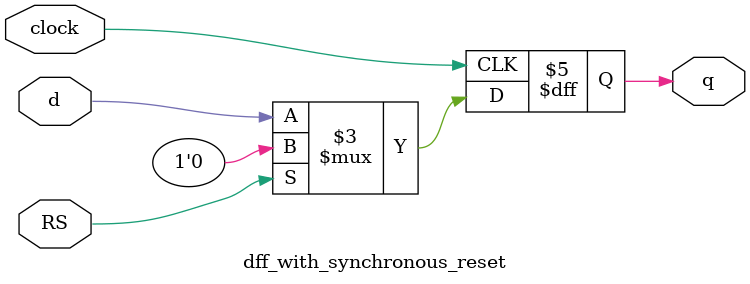
<source format=v>
module dff_with_synchronous_reset(
    input clock,
    input d,
    input RS,
    output reg q
);

always @(posedge clock)
begin : dff_with_sync_reset
    if(RS)
        q <= 1'b0;
    else
        q <= d;
end

endmodule
</source>
